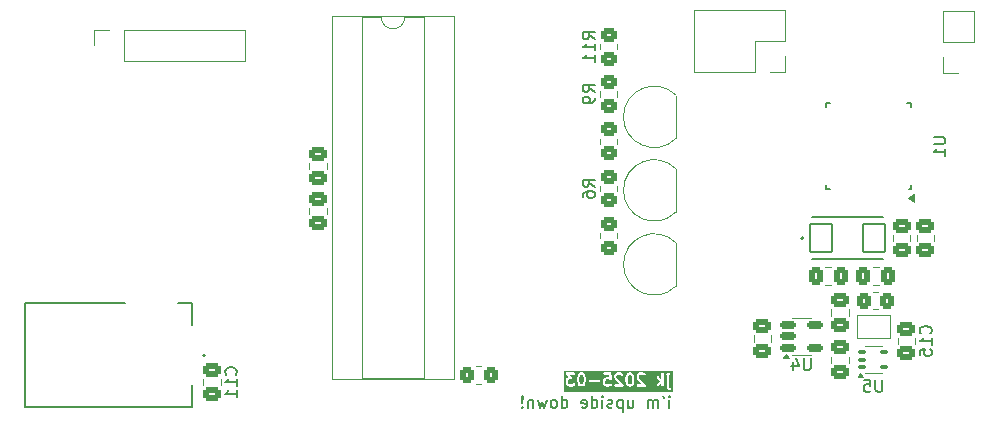
<source format=gbr>
%TF.GenerationSoftware,KiCad,Pcbnew,8.0.6*%
%TF.CreationDate,2025-03-23T20:06:33-04:00*%
%TF.ProjectId,co2_7seg,636f325f-3773-4656-972e-6b696361645f,rev?*%
%TF.SameCoordinates,Original*%
%TF.FileFunction,Legend,Bot*%
%TF.FilePolarity,Positive*%
%FSLAX46Y46*%
G04 Gerber Fmt 4.6, Leading zero omitted, Abs format (unit mm)*
G04 Created by KiCad (PCBNEW 8.0.6) date 2025-03-23 20:06:33*
%MOMM*%
%LPD*%
G01*
G04 APERTURE LIST*
G04 Aperture macros list*
%AMRoundRect*
0 Rectangle with rounded corners*
0 $1 Rounding radius*
0 $2 $3 $4 $5 $6 $7 $8 $9 X,Y pos of 4 corners*
0 Add a 4 corners polygon primitive as box body*
4,1,4,$2,$3,$4,$5,$6,$7,$8,$9,$2,$3,0*
0 Add four circle primitives for the rounded corners*
1,1,$1+$1,$2,$3*
1,1,$1+$1,$4,$5*
1,1,$1+$1,$6,$7*
1,1,$1+$1,$8,$9*
0 Add four rect primitives between the rounded corners*
20,1,$1+$1,$2,$3,$4,$5,0*
20,1,$1+$1,$4,$5,$6,$7,0*
20,1,$1+$1,$6,$7,$8,$9,0*
20,1,$1+$1,$8,$9,$2,$3,0*%
G04 Aperture macros list end*
%ADD10C,0.200000*%
%ADD11C,0.150000*%
%ADD12C,0.120000*%
%ADD13C,0.127000*%
%ADD14C,1.500000*%
%ADD15R,1.800000X1.100000*%
%ADD16C,1.270000*%
%ADD17O,1.700000X1.700000*%
%ADD18R,1.700000X1.700000*%
%ADD19C,3.200000*%
%ADD20O,1.600000X1.600000*%
%ADD21R,1.600000X1.600000*%
%ADD22RoundRect,0.102000X-0.950000X-1.200000X0.950000X-1.200000X0.950000X1.200000X-0.950000X1.200000X0*%
%ADD23RoundRect,0.100000X-0.225000X-0.100000X0.225000X-0.100000X0.225000X0.100000X-0.225000X0.100000X0*%
%ADD24RoundRect,0.150000X-0.512500X-0.150000X0.512500X-0.150000X0.512500X0.150000X-0.512500X0.150000X0*%
%ADD25R,1.600000X0.550000*%
%ADD26R,0.550000X1.600000*%
%ADD27RoundRect,0.250000X-0.350000X-0.450000X0.350000X-0.450000X0.350000X0.450000X-0.350000X0.450000X0*%
%ADD28RoundRect,0.250000X-0.450000X0.350000X-0.450000X-0.350000X0.450000X-0.350000X0.450000X0.350000X0*%
%ADD29RoundRect,0.250000X0.450000X-0.350000X0.450000X0.350000X-0.450000X0.350000X-0.450000X-0.350000X0*%
%ADD30RoundRect,0.250000X0.350000X0.450000X-0.350000X0.450000X-0.350000X-0.450000X0.350000X-0.450000X0*%
%ADD31O,1.500000X1.050000*%
%ADD32R,1.500000X1.050000*%
%ADD33R,1.000000X1.500000*%
%ADD34O,4.004000X2.104000*%
%ADD35O,2.104000X4.004000*%
%ADD36O,2.404000X4.604000*%
%ADD37RoundRect,0.250000X0.475000X-0.337500X0.475000X0.337500X-0.475000X0.337500X-0.475000X-0.337500X0*%
%ADD38RoundRect,0.250000X-0.475000X0.337500X-0.475000X-0.337500X0.475000X-0.337500X0.475000X0.337500X0*%
%ADD39RoundRect,0.250000X0.337500X0.475000X-0.337500X0.475000X-0.337500X-0.475000X0.337500X-0.475000X0*%
%ADD40RoundRect,0.250000X-0.337500X-0.475000X0.337500X-0.475000X0.337500X0.475000X-0.337500X0.475000X0*%
G04 APERTURE END LIST*
D10*
G36*
X96380614Y-57397024D02*
G01*
X96405283Y-57421692D01*
X96440736Y-57492599D01*
X96482707Y-57660480D01*
X96482707Y-57873956D01*
X96440736Y-58041837D01*
X96405283Y-58112743D01*
X96380614Y-58137413D01*
X96321005Y-58167219D01*
X96272981Y-58167219D01*
X96213371Y-58137414D01*
X96188704Y-58112746D01*
X96153249Y-58041837D01*
X96111279Y-57873956D01*
X96111279Y-57660481D01*
X96153249Y-57492599D01*
X96188703Y-57421692D01*
X96213371Y-57397023D01*
X96272981Y-57367219D01*
X96321005Y-57367219D01*
X96380614Y-57397024D01*
G37*
G36*
X100475852Y-57397024D02*
G01*
X100500521Y-57421692D01*
X100535974Y-57492599D01*
X100577945Y-57660480D01*
X100577945Y-57873956D01*
X100535974Y-58041837D01*
X100500521Y-58112743D01*
X100475852Y-58137413D01*
X100416243Y-58167219D01*
X100368219Y-58167219D01*
X100308609Y-58137414D01*
X100283942Y-58112746D01*
X100248487Y-58041837D01*
X100206517Y-57873956D01*
X100206517Y-57660481D01*
X100248487Y-57492599D01*
X100283941Y-57421692D01*
X100308609Y-57397023D01*
X100368219Y-57367219D01*
X100416243Y-57367219D01*
X100475852Y-57397024D01*
G37*
G36*
X104029992Y-58811663D02*
G01*
X94847787Y-58811663D01*
X94847787Y-57838647D01*
X94958898Y-57838647D01*
X94958898Y-58076742D01*
X94960819Y-58096251D01*
X94962194Y-58099571D01*
X94962449Y-58103155D01*
X94969455Y-58121463D01*
X95017074Y-58216701D01*
X95022357Y-58225093D01*
X95023369Y-58227537D01*
X95025625Y-58230286D01*
X95027517Y-58233291D01*
X95029511Y-58235020D01*
X95035806Y-58242690D01*
X95083424Y-58290310D01*
X95091092Y-58296603D01*
X95092824Y-58298600D01*
X95095832Y-58300493D01*
X95098578Y-58302747D01*
X95101018Y-58303757D01*
X95109415Y-58309043D01*
X95204652Y-58356662D01*
X95222961Y-58363668D01*
X95226544Y-58363922D01*
X95229865Y-58365298D01*
X95249374Y-58367219D01*
X95535088Y-58367219D01*
X95554597Y-58365298D01*
X95557917Y-58363922D01*
X95561501Y-58363668D01*
X95579809Y-58356662D01*
X95675047Y-58309043D01*
X95683442Y-58303758D01*
X95685884Y-58302747D01*
X95688631Y-58300491D01*
X95691637Y-58298600D01*
X95693367Y-58296605D01*
X95701037Y-58290310D01*
X95748656Y-58242690D01*
X95761093Y-58227537D01*
X95776024Y-58191488D01*
X95776023Y-58152470D01*
X95761092Y-58116422D01*
X95733501Y-58088832D01*
X95697453Y-58073901D01*
X95658435Y-58073902D01*
X95622387Y-58088833D01*
X95607233Y-58101270D01*
X95571090Y-58137413D01*
X95511481Y-58167219D01*
X95272981Y-58167219D01*
X95213371Y-58137414D01*
X95188704Y-58112746D01*
X95158898Y-58053134D01*
X95158898Y-57862254D01*
X95188703Y-57802644D01*
X95213371Y-57777975D01*
X95272981Y-57748171D01*
X95392231Y-57748171D01*
X95402548Y-57747155D01*
X95405173Y-57747330D01*
X95406980Y-57746718D01*
X95411740Y-57746250D01*
X95426743Y-57740035D01*
X95442135Y-57734830D01*
X95444674Y-57732607D01*
X95447788Y-57731318D01*
X95459265Y-57719840D01*
X95471499Y-57709136D01*
X95472994Y-57706111D01*
X95475378Y-57703728D01*
X95481592Y-57688726D01*
X95488795Y-57674161D01*
X95489019Y-57670795D01*
X95490310Y-57667680D01*
X95490310Y-57651431D01*
X95490527Y-57648171D01*
X95911279Y-57648171D01*
X95911279Y-57886266D01*
X95911614Y-57889668D01*
X95911397Y-57891127D01*
X95912476Y-57898424D01*
X95913200Y-57905775D01*
X95913764Y-57907138D01*
X95914265Y-57910520D01*
X95961884Y-58100995D01*
X95962397Y-58102432D01*
X95962449Y-58103155D01*
X95965557Y-58111279D01*
X95968479Y-58119456D01*
X95968909Y-58120036D01*
X95969455Y-58121463D01*
X96017074Y-58216701D01*
X96022357Y-58225093D01*
X96023369Y-58227537D01*
X96025625Y-58230286D01*
X96027517Y-58233291D01*
X96029511Y-58235020D01*
X96035806Y-58242690D01*
X96083424Y-58290310D01*
X96091092Y-58296603D01*
X96092824Y-58298600D01*
X96095832Y-58300493D01*
X96098578Y-58302747D01*
X96101018Y-58303757D01*
X96109415Y-58309043D01*
X96204652Y-58356662D01*
X96222961Y-58363668D01*
X96226544Y-58363922D01*
X96229865Y-58365298D01*
X96249374Y-58367219D01*
X96344612Y-58367219D01*
X96364121Y-58365298D01*
X96367441Y-58363922D01*
X96371025Y-58363668D01*
X96389333Y-58356662D01*
X96484571Y-58309043D01*
X96492966Y-58303758D01*
X96495408Y-58302747D01*
X96498155Y-58300491D01*
X96501161Y-58298600D01*
X96502891Y-58296605D01*
X96510561Y-58290310D01*
X96558180Y-58242690D01*
X96564472Y-58235023D01*
X96566469Y-58233292D01*
X96568362Y-58230284D01*
X96570617Y-58227537D01*
X96571628Y-58225095D01*
X96576912Y-58216701D01*
X96624531Y-58121464D01*
X96625077Y-58120035D01*
X96625507Y-58119456D01*
X96628428Y-58111279D01*
X96631537Y-58103155D01*
X96631588Y-58102434D01*
X96632102Y-58100996D01*
X96679721Y-57910520D01*
X96680221Y-57907138D01*
X96680786Y-57905775D01*
X96681509Y-57898424D01*
X96682589Y-57891127D01*
X96682371Y-57889668D01*
X96682707Y-57886266D01*
X96682707Y-57866757D01*
X96913200Y-57866757D01*
X96913200Y-57905775D01*
X96928132Y-57941823D01*
X96955722Y-57969413D01*
X96991770Y-57984345D01*
X97011279Y-57986266D01*
X97773183Y-57986266D01*
X97792692Y-57984345D01*
X97828740Y-57969413D01*
X97856330Y-57941823D01*
X97871262Y-57905775D01*
X97871262Y-57866757D01*
X97859618Y-57838647D01*
X98101755Y-57838647D01*
X98101755Y-58076742D01*
X98103676Y-58096251D01*
X98105051Y-58099571D01*
X98105306Y-58103155D01*
X98112312Y-58121463D01*
X98159931Y-58216701D01*
X98165214Y-58225093D01*
X98166226Y-58227537D01*
X98168482Y-58230286D01*
X98170374Y-58233291D01*
X98172368Y-58235020D01*
X98178663Y-58242690D01*
X98226281Y-58290310D01*
X98233949Y-58296603D01*
X98235681Y-58298600D01*
X98238689Y-58300493D01*
X98241435Y-58302747D01*
X98243875Y-58303757D01*
X98252272Y-58309043D01*
X98347509Y-58356662D01*
X98365818Y-58363668D01*
X98369401Y-58363922D01*
X98372722Y-58365298D01*
X98392231Y-58367219D01*
X98630326Y-58367219D01*
X98649835Y-58365298D01*
X98653155Y-58363922D01*
X98656739Y-58363668D01*
X98675047Y-58356662D01*
X98770285Y-58309043D01*
X98778680Y-58303758D01*
X98781122Y-58302747D01*
X98783869Y-58300491D01*
X98786875Y-58298600D01*
X98788605Y-58296605D01*
X98796275Y-58290310D01*
X98843894Y-58242690D01*
X98856331Y-58227537D01*
X98871262Y-58191488D01*
X98871261Y-58152470D01*
X98856330Y-58116422D01*
X98828739Y-58088832D01*
X98792691Y-58073901D01*
X98753673Y-58073902D01*
X98717625Y-58088833D01*
X98702471Y-58101270D01*
X98666328Y-58137413D01*
X98606719Y-58167219D01*
X98415838Y-58167219D01*
X98356228Y-58137414D01*
X98331561Y-58112746D01*
X98301755Y-58053134D01*
X98301755Y-57862254D01*
X98331560Y-57802644D01*
X98356228Y-57777975D01*
X98415838Y-57748171D01*
X98606719Y-57748171D01*
X98666328Y-57777976D01*
X98702472Y-57814119D01*
X98717625Y-57826556D01*
X98722279Y-57828483D01*
X98726175Y-57831671D01*
X98740168Y-57835893D01*
X98753674Y-57841487D01*
X98758708Y-57841487D01*
X98763530Y-57842942D01*
X98778081Y-57841487D01*
X98792692Y-57841487D01*
X98797341Y-57839561D01*
X98802354Y-57839060D01*
X98815237Y-57832148D01*
X98828740Y-57826556D01*
X98832300Y-57822995D01*
X98836738Y-57820615D01*
X98845993Y-57809302D01*
X98856330Y-57798966D01*
X98858257Y-57794313D01*
X98861445Y-57790417D01*
X98865667Y-57776422D01*
X98871261Y-57762918D01*
X98871261Y-57757884D01*
X98872716Y-57753062D01*
X98872687Y-57733459D01*
X98845111Y-57457695D01*
X99054136Y-57457695D01*
X99054136Y-57552933D01*
X99055108Y-57562806D01*
X99054921Y-57565440D01*
X99055708Y-57568903D01*
X99056057Y-57572442D01*
X99057068Y-57574884D01*
X99059268Y-57584556D01*
X99106887Y-57727412D01*
X99114878Y-57745313D01*
X99117233Y-57748028D01*
X99118608Y-57751347D01*
X99131044Y-57766501D01*
X99531761Y-58167219D01*
X99154136Y-58167219D01*
X99134627Y-58169140D01*
X99098579Y-58184072D01*
X99070989Y-58211662D01*
X99056057Y-58247710D01*
X99056057Y-58286728D01*
X99070989Y-58322776D01*
X99098579Y-58350366D01*
X99134627Y-58365298D01*
X99154136Y-58367219D01*
X99773183Y-58367219D01*
X99792692Y-58365298D01*
X99828740Y-58350366D01*
X99856330Y-58322776D01*
X99871262Y-58286728D01*
X99871262Y-58247710D01*
X99856330Y-58211662D01*
X99843894Y-58196508D01*
X99295558Y-57648171D01*
X100006517Y-57648171D01*
X100006517Y-57886266D01*
X100006852Y-57889668D01*
X100006635Y-57891127D01*
X100007714Y-57898424D01*
X100008438Y-57905775D01*
X100009002Y-57907138D01*
X100009503Y-57910520D01*
X100057122Y-58100995D01*
X100057635Y-58102432D01*
X100057687Y-58103155D01*
X100060795Y-58111279D01*
X100063717Y-58119456D01*
X100064147Y-58120036D01*
X100064693Y-58121463D01*
X100112312Y-58216701D01*
X100117595Y-58225093D01*
X100118607Y-58227537D01*
X100120863Y-58230286D01*
X100122755Y-58233291D01*
X100124749Y-58235020D01*
X100131044Y-58242690D01*
X100178662Y-58290310D01*
X100186330Y-58296603D01*
X100188062Y-58298600D01*
X100191070Y-58300493D01*
X100193816Y-58302747D01*
X100196256Y-58303757D01*
X100204653Y-58309043D01*
X100299890Y-58356662D01*
X100318199Y-58363668D01*
X100321782Y-58363922D01*
X100325103Y-58365298D01*
X100344612Y-58367219D01*
X100439850Y-58367219D01*
X100459359Y-58365298D01*
X100462679Y-58363922D01*
X100466263Y-58363668D01*
X100484571Y-58356662D01*
X100579809Y-58309043D01*
X100588204Y-58303758D01*
X100590646Y-58302747D01*
X100593393Y-58300491D01*
X100596399Y-58298600D01*
X100598129Y-58296605D01*
X100605799Y-58290310D01*
X100653418Y-58242690D01*
X100659710Y-58235023D01*
X100661707Y-58233292D01*
X100663600Y-58230284D01*
X100665855Y-58227537D01*
X100666866Y-58225095D01*
X100672150Y-58216701D01*
X100719769Y-58121464D01*
X100720315Y-58120035D01*
X100720745Y-58119456D01*
X100723666Y-58111279D01*
X100726775Y-58103155D01*
X100726826Y-58102434D01*
X100727340Y-58100996D01*
X100774959Y-57910520D01*
X100775459Y-57907138D01*
X100776024Y-57905775D01*
X100776747Y-57898424D01*
X100777827Y-57891127D01*
X100777609Y-57889668D01*
X100777945Y-57886266D01*
X100777945Y-57648171D01*
X100777609Y-57644768D01*
X100777827Y-57643310D01*
X100776747Y-57636012D01*
X100776024Y-57628662D01*
X100775459Y-57627298D01*
X100774959Y-57623917D01*
X100733403Y-57457695D01*
X100958898Y-57457695D01*
X100958898Y-57552933D01*
X100959870Y-57562806D01*
X100959683Y-57565440D01*
X100960470Y-57568903D01*
X100960819Y-57572442D01*
X100961830Y-57574884D01*
X100964030Y-57584556D01*
X101011649Y-57727412D01*
X101019640Y-57745313D01*
X101021995Y-57748028D01*
X101023370Y-57751347D01*
X101035806Y-57766501D01*
X101436523Y-58167219D01*
X101058898Y-58167219D01*
X101039389Y-58169140D01*
X101003341Y-58184072D01*
X100975751Y-58211662D01*
X100960819Y-58247710D01*
X100960819Y-58286728D01*
X100975751Y-58322776D01*
X101003341Y-58350366D01*
X101039389Y-58365298D01*
X101058898Y-58367219D01*
X101677945Y-58367219D01*
X101697454Y-58365298D01*
X101733502Y-58350366D01*
X101761092Y-58322776D01*
X101776024Y-58286728D01*
X101776024Y-58261777D01*
X102673332Y-58261777D01*
X102678850Y-58300403D01*
X102698729Y-58333977D01*
X102729944Y-58357388D01*
X102767742Y-58367071D01*
X102806368Y-58361553D01*
X102839942Y-58341674D01*
X102853184Y-58327219D01*
X103054136Y-58059282D01*
X103054136Y-58267219D01*
X103056057Y-58286728D01*
X103070989Y-58322776D01*
X103098579Y-58350366D01*
X103134627Y-58365298D01*
X103173645Y-58365298D01*
X103209693Y-58350366D01*
X103237283Y-58322776D01*
X103252215Y-58286728D01*
X103254136Y-58267219D01*
X103254136Y-57600552D01*
X103530326Y-57600552D01*
X103530326Y-58457695D01*
X103532247Y-58477204D01*
X103533622Y-58480524D01*
X103533877Y-58484108D01*
X103540883Y-58502416D01*
X103588502Y-58597654D01*
X103590555Y-58600917D01*
X103591069Y-58602456D01*
X103592731Y-58604372D01*
X103598945Y-58614244D01*
X103608415Y-58622457D01*
X103616633Y-58631933D01*
X103626506Y-58638147D01*
X103628422Y-58639809D01*
X103629960Y-58640321D01*
X103633224Y-58642376D01*
X103728461Y-58689995D01*
X103746770Y-58697001D01*
X103750353Y-58697255D01*
X103753674Y-58698631D01*
X103773183Y-58700552D01*
X103820802Y-58700552D01*
X103840311Y-58698631D01*
X103876359Y-58683699D01*
X103903949Y-58656109D01*
X103918881Y-58620061D01*
X103918881Y-58581043D01*
X103903949Y-58544995D01*
X103876359Y-58517405D01*
X103840311Y-58502473D01*
X103820802Y-58500552D01*
X103796790Y-58500552D01*
X103752481Y-58478397D01*
X103730326Y-58434087D01*
X103730326Y-57600552D01*
X103728405Y-57581043D01*
X103713473Y-57544995D01*
X103685883Y-57517405D01*
X103649835Y-57502473D01*
X103610817Y-57502473D01*
X103574769Y-57517405D01*
X103547179Y-57544995D01*
X103532247Y-57581043D01*
X103530326Y-57600552D01*
X103254136Y-57600552D01*
X103254136Y-57295329D01*
X103484628Y-57295329D01*
X103484628Y-57334347D01*
X103499560Y-57370395D01*
X103511996Y-57385549D01*
X103559615Y-57433167D01*
X103574768Y-57445604D01*
X103585326Y-57449977D01*
X103610817Y-57460536D01*
X103649835Y-57460536D01*
X103685883Y-57445604D01*
X103701037Y-57433168D01*
X103748655Y-57385549D01*
X103761092Y-57370396D01*
X103776023Y-57334347D01*
X103776023Y-57295329D01*
X103774539Y-57291746D01*
X103761092Y-57259280D01*
X103748655Y-57244127D01*
X103701037Y-57196508D01*
X103685883Y-57184072D01*
X103649835Y-57169140D01*
X103610817Y-57169140D01*
X103585326Y-57179698D01*
X103574768Y-57184072D01*
X103559615Y-57196509D01*
X103511996Y-57244127D01*
X103499561Y-57259280D01*
X103499560Y-57259281D01*
X103484628Y-57295329D01*
X103254136Y-57295329D01*
X103254136Y-57267219D01*
X103252215Y-57247710D01*
X103237283Y-57211662D01*
X103209693Y-57184072D01*
X103173645Y-57169140D01*
X103134627Y-57169140D01*
X103098579Y-57184072D01*
X103070989Y-57211662D01*
X103056057Y-57247710D01*
X103054136Y-57267219D01*
X103054136Y-57740082D01*
X102843895Y-57529841D01*
X102828741Y-57517405D01*
X102792693Y-57502473D01*
X102753675Y-57502473D01*
X102717627Y-57517405D01*
X102690037Y-57544995D01*
X102675105Y-57581043D01*
X102675105Y-57620061D01*
X102690037Y-57656109D01*
X102702473Y-57671263D01*
X102926860Y-57895649D01*
X102693184Y-58207219D01*
X102683015Y-58223979D01*
X102673332Y-58261777D01*
X101776024Y-58261777D01*
X101776024Y-58247710D01*
X101761092Y-58211662D01*
X101748656Y-58196508D01*
X101193919Y-57641770D01*
X101158898Y-57536706D01*
X101158898Y-57481302D01*
X101188703Y-57421692D01*
X101213371Y-57397023D01*
X101272981Y-57367219D01*
X101463862Y-57367219D01*
X101523471Y-57397024D01*
X101559615Y-57433167D01*
X101574768Y-57445604D01*
X101610817Y-57460535D01*
X101649835Y-57460535D01*
X101685883Y-57445604D01*
X101713473Y-57418014D01*
X101728404Y-57381966D01*
X101728404Y-57342948D01*
X101713473Y-57306899D01*
X101701036Y-57291746D01*
X101653418Y-57244127D01*
X101645747Y-57237832D01*
X101644018Y-57235838D01*
X101641010Y-57233944D01*
X101638264Y-57231691D01*
X101635824Y-57230680D01*
X101627428Y-57225395D01*
X101532190Y-57177776D01*
X101513882Y-57170770D01*
X101510298Y-57170515D01*
X101506978Y-57169140D01*
X101487469Y-57167219D01*
X101249374Y-57167219D01*
X101229865Y-57169140D01*
X101226544Y-57170515D01*
X101222961Y-57170770D01*
X101204652Y-57177776D01*
X101109415Y-57225395D01*
X101101018Y-57230680D01*
X101098578Y-57231691D01*
X101095832Y-57233944D01*
X101092824Y-57235838D01*
X101091091Y-57237835D01*
X101083425Y-57244128D01*
X101035806Y-57291746D01*
X101029511Y-57299416D01*
X101027517Y-57301146D01*
X101025623Y-57304153D01*
X101023370Y-57306900D01*
X101022359Y-57309339D01*
X101017074Y-57317736D01*
X100969455Y-57412974D01*
X100962449Y-57431282D01*
X100962194Y-57434865D01*
X100960819Y-57438186D01*
X100958898Y-57457695D01*
X100733403Y-57457695D01*
X100727340Y-57433441D01*
X100726826Y-57432002D01*
X100726775Y-57431282D01*
X100723666Y-57423157D01*
X100720745Y-57414981D01*
X100720315Y-57414401D01*
X100719769Y-57412973D01*
X100672150Y-57317736D01*
X100666864Y-57309339D01*
X100665854Y-57306899D01*
X100663600Y-57304153D01*
X100661707Y-57301145D01*
X100659709Y-57299412D01*
X100653417Y-57291746D01*
X100605799Y-57244127D01*
X100598128Y-57237832D01*
X100596399Y-57235838D01*
X100593391Y-57233944D01*
X100590645Y-57231691D01*
X100588205Y-57230680D01*
X100579809Y-57225395D01*
X100484571Y-57177776D01*
X100466263Y-57170770D01*
X100462679Y-57170515D01*
X100459359Y-57169140D01*
X100439850Y-57167219D01*
X100344612Y-57167219D01*
X100325103Y-57169140D01*
X100321782Y-57170515D01*
X100318199Y-57170770D01*
X100299890Y-57177776D01*
X100204653Y-57225395D01*
X100196256Y-57230680D01*
X100193816Y-57231691D01*
X100191070Y-57233944D01*
X100188062Y-57235838D01*
X100186329Y-57237835D01*
X100178663Y-57244128D01*
X100131044Y-57291746D01*
X100124749Y-57299416D01*
X100122755Y-57301146D01*
X100120861Y-57304153D01*
X100118608Y-57306900D01*
X100117597Y-57309339D01*
X100112312Y-57317736D01*
X100064693Y-57412974D01*
X100064147Y-57414400D01*
X100063717Y-57414981D01*
X100060795Y-57423157D01*
X100057687Y-57431282D01*
X100057635Y-57432004D01*
X100057122Y-57433442D01*
X100009503Y-57623917D01*
X100009002Y-57627298D01*
X100008438Y-57628662D01*
X100007714Y-57636012D01*
X100006635Y-57643310D01*
X100006852Y-57644768D01*
X100006517Y-57648171D01*
X99295558Y-57648171D01*
X99289157Y-57641770D01*
X99254136Y-57536706D01*
X99254136Y-57481302D01*
X99283941Y-57421692D01*
X99308609Y-57397023D01*
X99368219Y-57367219D01*
X99559100Y-57367219D01*
X99618709Y-57397024D01*
X99654853Y-57433167D01*
X99670006Y-57445604D01*
X99706055Y-57460535D01*
X99745073Y-57460535D01*
X99781121Y-57445604D01*
X99808711Y-57418014D01*
X99823642Y-57381966D01*
X99823642Y-57342948D01*
X99808711Y-57306899D01*
X99796274Y-57291746D01*
X99748656Y-57244127D01*
X99740985Y-57237832D01*
X99739256Y-57235838D01*
X99736248Y-57233944D01*
X99733502Y-57231691D01*
X99731062Y-57230680D01*
X99722666Y-57225395D01*
X99627428Y-57177776D01*
X99609120Y-57170770D01*
X99605536Y-57170515D01*
X99602216Y-57169140D01*
X99582707Y-57167219D01*
X99344612Y-57167219D01*
X99325103Y-57169140D01*
X99321782Y-57170515D01*
X99318199Y-57170770D01*
X99299890Y-57177776D01*
X99204653Y-57225395D01*
X99196256Y-57230680D01*
X99193816Y-57231691D01*
X99191070Y-57233944D01*
X99188062Y-57235838D01*
X99186329Y-57237835D01*
X99178663Y-57244128D01*
X99131044Y-57291746D01*
X99124749Y-57299416D01*
X99122755Y-57301146D01*
X99120861Y-57304153D01*
X99118608Y-57306900D01*
X99117597Y-57309339D01*
X99112312Y-57317736D01*
X99064693Y-57412974D01*
X99057687Y-57431282D01*
X99057432Y-57434865D01*
X99056057Y-57438186D01*
X99054136Y-57457695D01*
X98845111Y-57457695D01*
X98825068Y-57257269D01*
X98823643Y-57250160D01*
X98823643Y-57247710D01*
X98822691Y-57245412D01*
X98821215Y-57238048D01*
X98814305Y-57225167D01*
X98808711Y-57211662D01*
X98805150Y-57208101D01*
X98802770Y-57203664D01*
X98791457Y-57194408D01*
X98781121Y-57184072D01*
X98776468Y-57182144D01*
X98772572Y-57178957D01*
X98758582Y-57174736D01*
X98745073Y-57169140D01*
X98737595Y-57168403D01*
X98735217Y-57167686D01*
X98732780Y-57167929D01*
X98725564Y-57167219D01*
X98249374Y-57167219D01*
X98229865Y-57169140D01*
X98193817Y-57184072D01*
X98166227Y-57211662D01*
X98151295Y-57247710D01*
X98151295Y-57286728D01*
X98166227Y-57322776D01*
X98193817Y-57350366D01*
X98229865Y-57365298D01*
X98249374Y-57367219D01*
X98635065Y-57367219D01*
X98653492Y-57551491D01*
X98653155Y-57551467D01*
X98649835Y-57550092D01*
X98630326Y-57548171D01*
X98392231Y-57548171D01*
X98372722Y-57550092D01*
X98369401Y-57551467D01*
X98365818Y-57551722D01*
X98347509Y-57558728D01*
X98252272Y-57606347D01*
X98243875Y-57611632D01*
X98241435Y-57612643D01*
X98238689Y-57614896D01*
X98235681Y-57616790D01*
X98233948Y-57618787D01*
X98226282Y-57625080D01*
X98178663Y-57672698D01*
X98172368Y-57680368D01*
X98170374Y-57682098D01*
X98168480Y-57685105D01*
X98166227Y-57687852D01*
X98165216Y-57690291D01*
X98159931Y-57698688D01*
X98112312Y-57793926D01*
X98105306Y-57812234D01*
X98105051Y-57815817D01*
X98103676Y-57819138D01*
X98101755Y-57838647D01*
X97859618Y-57838647D01*
X97856330Y-57830709D01*
X97828740Y-57803119D01*
X97792692Y-57788187D01*
X97773183Y-57786266D01*
X97011279Y-57786266D01*
X96991770Y-57788187D01*
X96955722Y-57803119D01*
X96928132Y-57830709D01*
X96913200Y-57866757D01*
X96682707Y-57866757D01*
X96682707Y-57648171D01*
X96682371Y-57644768D01*
X96682589Y-57643310D01*
X96681509Y-57636012D01*
X96680786Y-57628662D01*
X96680221Y-57627298D01*
X96679721Y-57623917D01*
X96632102Y-57433441D01*
X96631588Y-57432002D01*
X96631537Y-57431282D01*
X96628428Y-57423157D01*
X96625507Y-57414981D01*
X96625077Y-57414401D01*
X96624531Y-57412973D01*
X96576912Y-57317736D01*
X96571626Y-57309339D01*
X96570616Y-57306899D01*
X96568362Y-57304153D01*
X96566469Y-57301145D01*
X96564471Y-57299412D01*
X96558179Y-57291746D01*
X96510561Y-57244127D01*
X96502890Y-57237832D01*
X96501161Y-57235838D01*
X96498153Y-57233944D01*
X96495407Y-57231691D01*
X96492967Y-57230680D01*
X96484571Y-57225395D01*
X96389333Y-57177776D01*
X96371025Y-57170770D01*
X96367441Y-57170515D01*
X96364121Y-57169140D01*
X96344612Y-57167219D01*
X96249374Y-57167219D01*
X96229865Y-57169140D01*
X96226544Y-57170515D01*
X96222961Y-57170770D01*
X96204652Y-57177776D01*
X96109415Y-57225395D01*
X96101018Y-57230680D01*
X96098578Y-57231691D01*
X96095832Y-57233944D01*
X96092824Y-57235838D01*
X96091091Y-57237835D01*
X96083425Y-57244128D01*
X96035806Y-57291746D01*
X96029511Y-57299416D01*
X96027517Y-57301146D01*
X96025623Y-57304153D01*
X96023370Y-57306900D01*
X96022359Y-57309339D01*
X96017074Y-57317736D01*
X95969455Y-57412974D01*
X95968909Y-57414400D01*
X95968479Y-57414981D01*
X95965557Y-57423157D01*
X95962449Y-57431282D01*
X95962397Y-57432004D01*
X95961884Y-57433442D01*
X95914265Y-57623917D01*
X95913764Y-57627298D01*
X95913200Y-57628662D01*
X95912476Y-57636012D01*
X95911397Y-57643310D01*
X95911614Y-57644768D01*
X95911279Y-57648171D01*
X95490527Y-57648171D01*
X95491390Y-57635229D01*
X95490310Y-57632035D01*
X95490310Y-57628662D01*
X95484094Y-57613656D01*
X95478890Y-57598268D01*
X95476108Y-57594377D01*
X95475378Y-57592614D01*
X95473518Y-57590754D01*
X95467489Y-57582321D01*
X95279275Y-57367219D01*
X95677945Y-57367219D01*
X95697454Y-57365298D01*
X95733502Y-57350366D01*
X95761092Y-57322776D01*
X95776024Y-57286728D01*
X95776024Y-57247710D01*
X95761092Y-57211662D01*
X95733502Y-57184072D01*
X95697454Y-57169140D01*
X95677945Y-57167219D01*
X95058898Y-57167219D01*
X95048580Y-57168234D01*
X95045956Y-57168060D01*
X95044148Y-57168671D01*
X95039389Y-57169140D01*
X95024383Y-57175355D01*
X95008995Y-57180560D01*
X95006455Y-57182781D01*
X95003341Y-57184072D01*
X94991856Y-57195556D01*
X94979631Y-57206254D01*
X94978135Y-57209277D01*
X94975751Y-57211662D01*
X94969534Y-57226668D01*
X94962334Y-57241229D01*
X94962109Y-57244594D01*
X94960819Y-57247710D01*
X94960819Y-57263958D01*
X94959739Y-57280161D01*
X94960819Y-57283354D01*
X94960819Y-57286728D01*
X94967034Y-57301733D01*
X94972239Y-57317122D01*
X94975020Y-57321012D01*
X94975751Y-57322776D01*
X94977610Y-57324635D01*
X94983640Y-57333069D01*
X95188261Y-57566923D01*
X95109415Y-57606347D01*
X95101018Y-57611632D01*
X95098578Y-57612643D01*
X95095832Y-57614896D01*
X95092824Y-57616790D01*
X95091091Y-57618787D01*
X95083425Y-57625080D01*
X95035806Y-57672698D01*
X95029511Y-57680368D01*
X95027517Y-57682098D01*
X95025623Y-57685105D01*
X95023370Y-57687852D01*
X95022359Y-57690291D01*
X95017074Y-57698688D01*
X94969455Y-57793926D01*
X94962449Y-57812234D01*
X94962194Y-57815817D01*
X94960819Y-57819138D01*
X94958898Y-57838647D01*
X94847787Y-57838647D01*
X94847787Y-57056108D01*
X104029992Y-57056108D01*
X104029992Y-58811663D01*
G37*
X103730326Y-60167219D02*
X103730326Y-59500552D01*
X103730326Y-59167219D02*
X103777945Y-59214838D01*
X103777945Y-59214838D02*
X103730326Y-59262457D01*
X103730326Y-59262457D02*
X103682707Y-59214838D01*
X103682707Y-59214838D02*
X103730326Y-59167219D01*
X103730326Y-59167219D02*
X103730326Y-59262457D01*
X103206517Y-59167219D02*
X103301755Y-59357695D01*
X102777946Y-60167219D02*
X102777946Y-59500552D01*
X102777946Y-59595790D02*
X102730327Y-59548171D01*
X102730327Y-59548171D02*
X102635089Y-59500552D01*
X102635089Y-59500552D02*
X102492232Y-59500552D01*
X102492232Y-59500552D02*
X102396994Y-59548171D01*
X102396994Y-59548171D02*
X102349375Y-59643409D01*
X102349375Y-59643409D02*
X102349375Y-60167219D01*
X102349375Y-59643409D02*
X102301756Y-59548171D01*
X102301756Y-59548171D02*
X102206518Y-59500552D01*
X102206518Y-59500552D02*
X102063661Y-59500552D01*
X102063661Y-59500552D02*
X101968422Y-59548171D01*
X101968422Y-59548171D02*
X101920803Y-59643409D01*
X101920803Y-59643409D02*
X101920803Y-60167219D01*
X100254137Y-59500552D02*
X100254137Y-60167219D01*
X100682708Y-59500552D02*
X100682708Y-60024361D01*
X100682708Y-60024361D02*
X100635089Y-60119600D01*
X100635089Y-60119600D02*
X100539851Y-60167219D01*
X100539851Y-60167219D02*
X100396994Y-60167219D01*
X100396994Y-60167219D02*
X100301756Y-60119600D01*
X100301756Y-60119600D02*
X100254137Y-60071980D01*
X99777946Y-59500552D02*
X99777946Y-60500552D01*
X99777946Y-59548171D02*
X99682708Y-59500552D01*
X99682708Y-59500552D02*
X99492232Y-59500552D01*
X99492232Y-59500552D02*
X99396994Y-59548171D01*
X99396994Y-59548171D02*
X99349375Y-59595790D01*
X99349375Y-59595790D02*
X99301756Y-59691028D01*
X99301756Y-59691028D02*
X99301756Y-59976742D01*
X99301756Y-59976742D02*
X99349375Y-60071980D01*
X99349375Y-60071980D02*
X99396994Y-60119600D01*
X99396994Y-60119600D02*
X99492232Y-60167219D01*
X99492232Y-60167219D02*
X99682708Y-60167219D01*
X99682708Y-60167219D02*
X99777946Y-60119600D01*
X98920803Y-60119600D02*
X98825565Y-60167219D01*
X98825565Y-60167219D02*
X98635089Y-60167219D01*
X98635089Y-60167219D02*
X98539851Y-60119600D01*
X98539851Y-60119600D02*
X98492232Y-60024361D01*
X98492232Y-60024361D02*
X98492232Y-59976742D01*
X98492232Y-59976742D02*
X98539851Y-59881504D01*
X98539851Y-59881504D02*
X98635089Y-59833885D01*
X98635089Y-59833885D02*
X98777946Y-59833885D01*
X98777946Y-59833885D02*
X98873184Y-59786266D01*
X98873184Y-59786266D02*
X98920803Y-59691028D01*
X98920803Y-59691028D02*
X98920803Y-59643409D01*
X98920803Y-59643409D02*
X98873184Y-59548171D01*
X98873184Y-59548171D02*
X98777946Y-59500552D01*
X98777946Y-59500552D02*
X98635089Y-59500552D01*
X98635089Y-59500552D02*
X98539851Y-59548171D01*
X98063660Y-60167219D02*
X98063660Y-59500552D01*
X98063660Y-59167219D02*
X98111279Y-59214838D01*
X98111279Y-59214838D02*
X98063660Y-59262457D01*
X98063660Y-59262457D02*
X98016041Y-59214838D01*
X98016041Y-59214838D02*
X98063660Y-59167219D01*
X98063660Y-59167219D02*
X98063660Y-59262457D01*
X97158899Y-60167219D02*
X97158899Y-59167219D01*
X97158899Y-60119600D02*
X97254137Y-60167219D01*
X97254137Y-60167219D02*
X97444613Y-60167219D01*
X97444613Y-60167219D02*
X97539851Y-60119600D01*
X97539851Y-60119600D02*
X97587470Y-60071980D01*
X97587470Y-60071980D02*
X97635089Y-59976742D01*
X97635089Y-59976742D02*
X97635089Y-59691028D01*
X97635089Y-59691028D02*
X97587470Y-59595790D01*
X97587470Y-59595790D02*
X97539851Y-59548171D01*
X97539851Y-59548171D02*
X97444613Y-59500552D01*
X97444613Y-59500552D02*
X97254137Y-59500552D01*
X97254137Y-59500552D02*
X97158899Y-59548171D01*
X96301756Y-60119600D02*
X96396994Y-60167219D01*
X96396994Y-60167219D02*
X96587470Y-60167219D01*
X96587470Y-60167219D02*
X96682708Y-60119600D01*
X96682708Y-60119600D02*
X96730327Y-60024361D01*
X96730327Y-60024361D02*
X96730327Y-59643409D01*
X96730327Y-59643409D02*
X96682708Y-59548171D01*
X96682708Y-59548171D02*
X96587470Y-59500552D01*
X96587470Y-59500552D02*
X96396994Y-59500552D01*
X96396994Y-59500552D02*
X96301756Y-59548171D01*
X96301756Y-59548171D02*
X96254137Y-59643409D01*
X96254137Y-59643409D02*
X96254137Y-59738647D01*
X96254137Y-59738647D02*
X96730327Y-59833885D01*
X94635089Y-60167219D02*
X94635089Y-59167219D01*
X94635089Y-60119600D02*
X94730327Y-60167219D01*
X94730327Y-60167219D02*
X94920803Y-60167219D01*
X94920803Y-60167219D02*
X95016041Y-60119600D01*
X95016041Y-60119600D02*
X95063660Y-60071980D01*
X95063660Y-60071980D02*
X95111279Y-59976742D01*
X95111279Y-59976742D02*
X95111279Y-59691028D01*
X95111279Y-59691028D02*
X95063660Y-59595790D01*
X95063660Y-59595790D02*
X95016041Y-59548171D01*
X95016041Y-59548171D02*
X94920803Y-59500552D01*
X94920803Y-59500552D02*
X94730327Y-59500552D01*
X94730327Y-59500552D02*
X94635089Y-59548171D01*
X94016041Y-60167219D02*
X94111279Y-60119600D01*
X94111279Y-60119600D02*
X94158898Y-60071980D01*
X94158898Y-60071980D02*
X94206517Y-59976742D01*
X94206517Y-59976742D02*
X94206517Y-59691028D01*
X94206517Y-59691028D02*
X94158898Y-59595790D01*
X94158898Y-59595790D02*
X94111279Y-59548171D01*
X94111279Y-59548171D02*
X94016041Y-59500552D01*
X94016041Y-59500552D02*
X93873184Y-59500552D01*
X93873184Y-59500552D02*
X93777946Y-59548171D01*
X93777946Y-59548171D02*
X93730327Y-59595790D01*
X93730327Y-59595790D02*
X93682708Y-59691028D01*
X93682708Y-59691028D02*
X93682708Y-59976742D01*
X93682708Y-59976742D02*
X93730327Y-60071980D01*
X93730327Y-60071980D02*
X93777946Y-60119600D01*
X93777946Y-60119600D02*
X93873184Y-60167219D01*
X93873184Y-60167219D02*
X94016041Y-60167219D01*
X93349374Y-59500552D02*
X93158898Y-60167219D01*
X93158898Y-60167219D02*
X92968422Y-59691028D01*
X92968422Y-59691028D02*
X92777946Y-60167219D01*
X92777946Y-60167219D02*
X92587470Y-59500552D01*
X92206517Y-59500552D02*
X92206517Y-60167219D01*
X92206517Y-59595790D02*
X92158898Y-59548171D01*
X92158898Y-59548171D02*
X92063660Y-59500552D01*
X92063660Y-59500552D02*
X91920803Y-59500552D01*
X91920803Y-59500552D02*
X91825565Y-59548171D01*
X91825565Y-59548171D02*
X91777946Y-59643409D01*
X91777946Y-59643409D02*
X91777946Y-60167219D01*
X91301755Y-60071980D02*
X91254136Y-60119600D01*
X91254136Y-60119600D02*
X91301755Y-60167219D01*
X91301755Y-60167219D02*
X91349374Y-60119600D01*
X91349374Y-60119600D02*
X91301755Y-60071980D01*
X91301755Y-60071980D02*
X91301755Y-60167219D01*
X91301755Y-59786266D02*
X91349374Y-59214838D01*
X91349374Y-59214838D02*
X91301755Y-59167219D01*
X91301755Y-59167219D02*
X91254136Y-59214838D01*
X91254136Y-59214838D02*
X91301755Y-59786266D01*
X91301755Y-59786266D02*
X91301755Y-59167219D01*
D11*
X121761904Y-57804819D02*
X121761904Y-58614342D01*
X121761904Y-58614342D02*
X121714285Y-58709580D01*
X121714285Y-58709580D02*
X121666666Y-58757200D01*
X121666666Y-58757200D02*
X121571428Y-58804819D01*
X121571428Y-58804819D02*
X121380952Y-58804819D01*
X121380952Y-58804819D02*
X121285714Y-58757200D01*
X121285714Y-58757200D02*
X121238095Y-58709580D01*
X121238095Y-58709580D02*
X121190476Y-58614342D01*
X121190476Y-58614342D02*
X121190476Y-57804819D01*
X120238095Y-57804819D02*
X120714285Y-57804819D01*
X120714285Y-57804819D02*
X120761904Y-58281009D01*
X120761904Y-58281009D02*
X120714285Y-58233390D01*
X120714285Y-58233390D02*
X120619047Y-58185771D01*
X120619047Y-58185771D02*
X120380952Y-58185771D01*
X120380952Y-58185771D02*
X120285714Y-58233390D01*
X120285714Y-58233390D02*
X120238095Y-58281009D01*
X120238095Y-58281009D02*
X120190476Y-58376247D01*
X120190476Y-58376247D02*
X120190476Y-58614342D01*
X120190476Y-58614342D02*
X120238095Y-58709580D01*
X120238095Y-58709580D02*
X120285714Y-58757200D01*
X120285714Y-58757200D02*
X120380952Y-58804819D01*
X120380952Y-58804819D02*
X120619047Y-58804819D01*
X120619047Y-58804819D02*
X120714285Y-58757200D01*
X120714285Y-58757200D02*
X120761904Y-58709580D01*
X115691904Y-55984819D02*
X115691904Y-56794342D01*
X115691904Y-56794342D02*
X115644285Y-56889580D01*
X115644285Y-56889580D02*
X115596666Y-56937200D01*
X115596666Y-56937200D02*
X115501428Y-56984819D01*
X115501428Y-56984819D02*
X115310952Y-56984819D01*
X115310952Y-56984819D02*
X115215714Y-56937200D01*
X115215714Y-56937200D02*
X115168095Y-56889580D01*
X115168095Y-56889580D02*
X115120476Y-56794342D01*
X115120476Y-56794342D02*
X115120476Y-55984819D01*
X114215714Y-56318152D02*
X114215714Y-56984819D01*
X114453809Y-55937200D02*
X114691904Y-56651485D01*
X114691904Y-56651485D02*
X114072857Y-56651485D01*
X126104819Y-37238095D02*
X126914342Y-37238095D01*
X126914342Y-37238095D02*
X127009580Y-37285714D01*
X127009580Y-37285714D02*
X127057200Y-37333333D01*
X127057200Y-37333333D02*
X127104819Y-37428571D01*
X127104819Y-37428571D02*
X127104819Y-37619047D01*
X127104819Y-37619047D02*
X127057200Y-37714285D01*
X127057200Y-37714285D02*
X127009580Y-37761904D01*
X127009580Y-37761904D02*
X126914342Y-37809523D01*
X126914342Y-37809523D02*
X126104819Y-37809523D01*
X127104819Y-38809523D02*
X127104819Y-38238095D01*
X127104819Y-38523809D02*
X126104819Y-38523809D01*
X126104819Y-38523809D02*
X126247676Y-38428571D01*
X126247676Y-38428571D02*
X126342914Y-38333333D01*
X126342914Y-38333333D02*
X126390533Y-38238095D01*
X97404819Y-28957142D02*
X96928628Y-28623809D01*
X97404819Y-28385714D02*
X96404819Y-28385714D01*
X96404819Y-28385714D02*
X96404819Y-28766666D01*
X96404819Y-28766666D02*
X96452438Y-28861904D01*
X96452438Y-28861904D02*
X96500057Y-28909523D01*
X96500057Y-28909523D02*
X96595295Y-28957142D01*
X96595295Y-28957142D02*
X96738152Y-28957142D01*
X96738152Y-28957142D02*
X96833390Y-28909523D01*
X96833390Y-28909523D02*
X96881009Y-28861904D01*
X96881009Y-28861904D02*
X96928628Y-28766666D01*
X96928628Y-28766666D02*
X96928628Y-28385714D01*
X97404819Y-29909523D02*
X97404819Y-29338095D01*
X97404819Y-29623809D02*
X96404819Y-29623809D01*
X96404819Y-29623809D02*
X96547676Y-29528571D01*
X96547676Y-29528571D02*
X96642914Y-29433333D01*
X96642914Y-29433333D02*
X96690533Y-29338095D01*
X97404819Y-30861904D02*
X97404819Y-30290476D01*
X97404819Y-30576190D02*
X96404819Y-30576190D01*
X96404819Y-30576190D02*
X96547676Y-30480952D01*
X96547676Y-30480952D02*
X96642914Y-30385714D01*
X96642914Y-30385714D02*
X96690533Y-30290476D01*
X97404819Y-33433333D02*
X96928628Y-33100000D01*
X97404819Y-32861905D02*
X96404819Y-32861905D01*
X96404819Y-32861905D02*
X96404819Y-33242857D01*
X96404819Y-33242857D02*
X96452438Y-33338095D01*
X96452438Y-33338095D02*
X96500057Y-33385714D01*
X96500057Y-33385714D02*
X96595295Y-33433333D01*
X96595295Y-33433333D02*
X96738152Y-33433333D01*
X96738152Y-33433333D02*
X96833390Y-33385714D01*
X96833390Y-33385714D02*
X96881009Y-33338095D01*
X96881009Y-33338095D02*
X96928628Y-33242857D01*
X96928628Y-33242857D02*
X96928628Y-32861905D01*
X97404819Y-33909524D02*
X97404819Y-34100000D01*
X97404819Y-34100000D02*
X97357200Y-34195238D01*
X97357200Y-34195238D02*
X97309580Y-34242857D01*
X97309580Y-34242857D02*
X97166723Y-34338095D01*
X97166723Y-34338095D02*
X96976247Y-34385714D01*
X96976247Y-34385714D02*
X96595295Y-34385714D01*
X96595295Y-34385714D02*
X96500057Y-34338095D01*
X96500057Y-34338095D02*
X96452438Y-34290476D01*
X96452438Y-34290476D02*
X96404819Y-34195238D01*
X96404819Y-34195238D02*
X96404819Y-34004762D01*
X96404819Y-34004762D02*
X96452438Y-33909524D01*
X96452438Y-33909524D02*
X96500057Y-33861905D01*
X96500057Y-33861905D02*
X96595295Y-33814286D01*
X96595295Y-33814286D02*
X96833390Y-33814286D01*
X96833390Y-33814286D02*
X96928628Y-33861905D01*
X96928628Y-33861905D02*
X96976247Y-33909524D01*
X96976247Y-33909524D02*
X97023866Y-34004762D01*
X97023866Y-34004762D02*
X97023866Y-34195238D01*
X97023866Y-34195238D02*
X96976247Y-34290476D01*
X96976247Y-34290476D02*
X96928628Y-34338095D01*
X96928628Y-34338095D02*
X96833390Y-34385714D01*
X97404819Y-41433333D02*
X96928628Y-41100000D01*
X97404819Y-40861905D02*
X96404819Y-40861905D01*
X96404819Y-40861905D02*
X96404819Y-41242857D01*
X96404819Y-41242857D02*
X96452438Y-41338095D01*
X96452438Y-41338095D02*
X96500057Y-41385714D01*
X96500057Y-41385714D02*
X96595295Y-41433333D01*
X96595295Y-41433333D02*
X96738152Y-41433333D01*
X96738152Y-41433333D02*
X96833390Y-41385714D01*
X96833390Y-41385714D02*
X96881009Y-41338095D01*
X96881009Y-41338095D02*
X96928628Y-41242857D01*
X96928628Y-41242857D02*
X96928628Y-40861905D01*
X96404819Y-42290476D02*
X96404819Y-42100000D01*
X96404819Y-42100000D02*
X96452438Y-42004762D01*
X96452438Y-42004762D02*
X96500057Y-41957143D01*
X96500057Y-41957143D02*
X96642914Y-41861905D01*
X96642914Y-41861905D02*
X96833390Y-41814286D01*
X96833390Y-41814286D02*
X97214342Y-41814286D01*
X97214342Y-41814286D02*
X97309580Y-41861905D01*
X97309580Y-41861905D02*
X97357200Y-41909524D01*
X97357200Y-41909524D02*
X97404819Y-42004762D01*
X97404819Y-42004762D02*
X97404819Y-42195238D01*
X97404819Y-42195238D02*
X97357200Y-42290476D01*
X97357200Y-42290476D02*
X97309580Y-42338095D01*
X97309580Y-42338095D02*
X97214342Y-42385714D01*
X97214342Y-42385714D02*
X96976247Y-42385714D01*
X96976247Y-42385714D02*
X96881009Y-42338095D01*
X96881009Y-42338095D02*
X96833390Y-42290476D01*
X96833390Y-42290476D02*
X96785771Y-42195238D01*
X96785771Y-42195238D02*
X96785771Y-42004762D01*
X96785771Y-42004762D02*
X96833390Y-41909524D01*
X96833390Y-41909524D02*
X96881009Y-41861905D01*
X96881009Y-41861905D02*
X96976247Y-41814286D01*
X125839580Y-53857142D02*
X125887200Y-53809523D01*
X125887200Y-53809523D02*
X125934819Y-53666666D01*
X125934819Y-53666666D02*
X125934819Y-53571428D01*
X125934819Y-53571428D02*
X125887200Y-53428571D01*
X125887200Y-53428571D02*
X125791961Y-53333333D01*
X125791961Y-53333333D02*
X125696723Y-53285714D01*
X125696723Y-53285714D02*
X125506247Y-53238095D01*
X125506247Y-53238095D02*
X125363390Y-53238095D01*
X125363390Y-53238095D02*
X125172914Y-53285714D01*
X125172914Y-53285714D02*
X125077676Y-53333333D01*
X125077676Y-53333333D02*
X124982438Y-53428571D01*
X124982438Y-53428571D02*
X124934819Y-53571428D01*
X124934819Y-53571428D02*
X124934819Y-53666666D01*
X124934819Y-53666666D02*
X124982438Y-53809523D01*
X124982438Y-53809523D02*
X125030057Y-53857142D01*
X125934819Y-54809523D02*
X125934819Y-54238095D01*
X125934819Y-54523809D02*
X124934819Y-54523809D01*
X124934819Y-54523809D02*
X125077676Y-54428571D01*
X125077676Y-54428571D02*
X125172914Y-54333333D01*
X125172914Y-54333333D02*
X125220533Y-54238095D01*
X124934819Y-55714285D02*
X124934819Y-55238095D01*
X124934819Y-55238095D02*
X125411009Y-55190476D01*
X125411009Y-55190476D02*
X125363390Y-55238095D01*
X125363390Y-55238095D02*
X125315771Y-55333333D01*
X125315771Y-55333333D02*
X125315771Y-55571428D01*
X125315771Y-55571428D02*
X125363390Y-55666666D01*
X125363390Y-55666666D02*
X125411009Y-55714285D01*
X125411009Y-55714285D02*
X125506247Y-55761904D01*
X125506247Y-55761904D02*
X125744342Y-55761904D01*
X125744342Y-55761904D02*
X125839580Y-55714285D01*
X125839580Y-55714285D02*
X125887200Y-55666666D01*
X125887200Y-55666666D02*
X125934819Y-55571428D01*
X125934819Y-55571428D02*
X125934819Y-55333333D01*
X125934819Y-55333333D02*
X125887200Y-55238095D01*
X125887200Y-55238095D02*
X125839580Y-55190476D01*
X67039580Y-57357142D02*
X67087200Y-57309523D01*
X67087200Y-57309523D02*
X67134819Y-57166666D01*
X67134819Y-57166666D02*
X67134819Y-57071428D01*
X67134819Y-57071428D02*
X67087200Y-56928571D01*
X67087200Y-56928571D02*
X66991961Y-56833333D01*
X66991961Y-56833333D02*
X66896723Y-56785714D01*
X66896723Y-56785714D02*
X66706247Y-56738095D01*
X66706247Y-56738095D02*
X66563390Y-56738095D01*
X66563390Y-56738095D02*
X66372914Y-56785714D01*
X66372914Y-56785714D02*
X66277676Y-56833333D01*
X66277676Y-56833333D02*
X66182438Y-56928571D01*
X66182438Y-56928571D02*
X66134819Y-57071428D01*
X66134819Y-57071428D02*
X66134819Y-57166666D01*
X66134819Y-57166666D02*
X66182438Y-57309523D01*
X66182438Y-57309523D02*
X66230057Y-57357142D01*
X67134819Y-58309523D02*
X67134819Y-57738095D01*
X67134819Y-58023809D02*
X66134819Y-58023809D01*
X66134819Y-58023809D02*
X66277676Y-57928571D01*
X66277676Y-57928571D02*
X66372914Y-57833333D01*
X66372914Y-57833333D02*
X66420533Y-57738095D01*
X67134819Y-59261904D02*
X67134819Y-58690476D01*
X67134819Y-58976190D02*
X66134819Y-58976190D01*
X66134819Y-58976190D02*
X66277676Y-58880952D01*
X66277676Y-58880952D02*
X66372914Y-58785714D01*
X66372914Y-58785714D02*
X66420533Y-58690476D01*
D12*
%TO.C,U2*%
X67810000Y-30810000D02*
X57590000Y-30810000D01*
X67810000Y-30810000D02*
X67810000Y-28150000D01*
X57590000Y-30810000D02*
X57590000Y-28150000D01*
X67810000Y-28150000D02*
X57590000Y-28150000D01*
X54990000Y-28150000D02*
X56320000Y-28150000D01*
X54990000Y-29480000D02*
X54990000Y-28150000D01*
%TO.C,U3*%
X81340000Y-27070000D02*
G75*
G02*
X79340000Y-27070000I-1000000J0D01*
G01*
X75200000Y-27010000D02*
X75200000Y-57730000D01*
X85480000Y-27010000D02*
X75200000Y-27010000D01*
X77690000Y-27070000D02*
X77690000Y-57670000D01*
X79340000Y-27070000D02*
X77690000Y-27070000D01*
X82990000Y-27070000D02*
X81340000Y-27070000D01*
X77690000Y-57670000D02*
X82990000Y-57670000D01*
X82990000Y-57670000D02*
X82990000Y-27070000D01*
X75200000Y-57730000D02*
X85480000Y-57730000D01*
X85480000Y-57730000D02*
X85480000Y-27010000D01*
D10*
%TO.C,Y1*%
X115090000Y-45800000D02*
G75*
G02*
X114890000Y-45800000I-100000J0D01*
G01*
X114890000Y-45800000D02*
G75*
G02*
X115090000Y-45800000I100000J0D01*
G01*
D13*
X121800000Y-44050000D02*
X115800000Y-44050000D01*
X121800000Y-47550000D02*
X115800000Y-47550000D01*
D12*
%TO.C,U5*%
X121700000Y-57260000D02*
X120290000Y-57260000D01*
X121700000Y-54940000D02*
X120300000Y-54940000D01*
X120160000Y-57540000D02*
X119680000Y-57540000D01*
X119920000Y-57210000D01*
X120160000Y-57540000D01*
G36*
X120160000Y-57540000D02*
G01*
X119680000Y-57540000D01*
X119920000Y-57210000D01*
X120160000Y-57540000D01*
G37*
%TO.C,U4*%
X114130000Y-55690000D02*
X114930000Y-55690000D01*
X115730000Y-55690000D02*
X114930000Y-55690000D01*
X114130000Y-52570000D02*
X114930000Y-52570000D01*
X115730000Y-52570000D02*
X114930000Y-52570000D01*
X113870000Y-55970000D02*
X113390000Y-55970000D01*
X113630000Y-55640000D01*
X113870000Y-55970000D01*
G36*
X113870000Y-55970000D02*
G01*
X113390000Y-55970000D01*
X113630000Y-55640000D01*
X113870000Y-55970000D01*
G37*
%TO.C,U1*%
X124410000Y-42730000D02*
X123940000Y-42390000D01*
X124410000Y-42050000D01*
X124410000Y-42730000D01*
G36*
X124410000Y-42730000D02*
G01*
X123940000Y-42390000D01*
X124410000Y-42050000D01*
X124410000Y-42730000D01*
G37*
D11*
X117300000Y-34375000D02*
X116975000Y-34375000D01*
X116975000Y-34700000D02*
X116975000Y-34375000D01*
X123900000Y-34375000D02*
X124225000Y-34375000D01*
X124225000Y-34700000D02*
X124225000Y-34375000D01*
X116975000Y-41300000D02*
X116975000Y-41625000D01*
X117300000Y-41625000D02*
X116975000Y-41625000D01*
X124225000Y-41300000D02*
X124225000Y-41625000D01*
X124000000Y-41625000D02*
X124225000Y-41625000D01*
D12*
%TO.C,R12*%
X121427064Y-51835000D02*
X120972936Y-51835000D01*
X121427064Y-50365000D02*
X120972936Y-50365000D01*
%TO.C,R11*%
X99335000Y-29827064D02*
X99335000Y-29372936D01*
X97865000Y-29827064D02*
X97865000Y-29372936D01*
%TO.C,R10*%
X99335000Y-45372936D02*
X99335000Y-45827064D01*
X97865000Y-45372936D02*
X97865000Y-45827064D01*
%TO.C,R9*%
X99335000Y-33827064D02*
X99335000Y-33372936D01*
X97865000Y-33827064D02*
X97865000Y-33372936D01*
%TO.C,R8*%
X87372936Y-58135000D02*
X87827064Y-58135000D01*
X87372936Y-56665000D02*
X87827064Y-56665000D01*
%TO.C,R6*%
X97865000Y-41827064D02*
X97865000Y-41372936D01*
X99335000Y-41827064D02*
X99335000Y-41372936D01*
%TO.C,R5*%
X97865000Y-37372936D02*
X97865000Y-37827064D01*
X99335000Y-37372936D02*
X99335000Y-37827064D01*
%TO.C,Q3*%
X104288478Y-37368478D02*
G75*
G02*
X99849999Y-35530000I-1838478J1838478D01*
G01*
X99850000Y-35530000D02*
G75*
G02*
X104288478Y-33691522I2600000J0D01*
G01*
X104300000Y-37330000D02*
X104300000Y-33730000D01*
%TO.C,Q2*%
X104288478Y-49868478D02*
G75*
G02*
X99849999Y-48030000I-1838478J1838478D01*
G01*
X99850000Y-48030000D02*
G75*
G02*
X104288478Y-46191522I2600000J0D01*
G01*
X104300000Y-49830000D02*
X104300000Y-46230000D01*
%TO.C,Q1*%
X104300000Y-43560000D02*
X104300000Y-39960000D01*
X99850000Y-41760000D02*
G75*
G02*
X104288478Y-39921522I2600000J0D01*
G01*
X104288478Y-43598478D02*
G75*
G02*
X99849999Y-41760000I-1838478J1838478D01*
G01*
%TO.C,JP1*%
X122400000Y-54300000D02*
X119600000Y-54300000D01*
X119600000Y-54300000D02*
X119600000Y-52300000D01*
X122400000Y-52300000D02*
X122400000Y-54300000D01*
X119600000Y-52300000D02*
X122400000Y-52300000D01*
D10*
%TO.C,J3*%
X64432500Y-55720000D02*
G75*
G02*
X64232500Y-55720000I-100000J0D01*
G01*
X64232500Y-55720000D02*
G75*
G02*
X64432500Y-55720000I100000J0D01*
G01*
D13*
X57662500Y-51320000D02*
X49142500Y-51320000D01*
X62102500Y-51320000D02*
X63357500Y-51320000D01*
X63357500Y-51320000D02*
X63357500Y-53200000D01*
X63357500Y-60120000D02*
X63357500Y-58240000D01*
X49142500Y-51320000D02*
X49142500Y-60120000D01*
X49142500Y-60120000D02*
X63357500Y-60120000D01*
D12*
%TO.C,J2*%
X113555000Y-30375000D02*
X113555000Y-31705000D01*
X113555000Y-31705000D02*
X112225000Y-31705000D01*
X105815000Y-31705000D02*
X110955000Y-31705000D01*
X110955000Y-29105000D02*
X110955000Y-31705000D01*
X105815000Y-26505000D02*
X105815000Y-31705000D01*
X113555000Y-26505000D02*
X113555000Y-29105000D01*
X113555000Y-29105000D02*
X110955000Y-29105000D01*
X105815000Y-26505000D02*
X113555000Y-26505000D01*
%TO.C,J1*%
X129530000Y-26605000D02*
X129530000Y-29205000D01*
X129530000Y-26605000D02*
X126870000Y-26605000D01*
X129530000Y-29205000D02*
X126870000Y-29205000D01*
X126870000Y-26605000D02*
X126870000Y-29205000D01*
X126870000Y-31805000D02*
X126870000Y-30475000D01*
X128200000Y-31805000D02*
X126870000Y-31805000D01*
%TO.C,C15*%
X124535000Y-54238748D02*
X124535000Y-54761252D01*
X123065000Y-54238748D02*
X123065000Y-54761252D01*
%TO.C,C14*%
X118935000Y-55838748D02*
X118935000Y-56361252D01*
X117465000Y-55838748D02*
X117465000Y-56361252D01*
%TO.C,C13*%
X118935000Y-51838748D02*
X118935000Y-52361252D01*
X117465000Y-51838748D02*
X117465000Y-52361252D01*
%TO.C,C12*%
X112335000Y-54561252D02*
X112335000Y-54038748D01*
X110865000Y-54561252D02*
X110865000Y-54038748D01*
%TO.C,C11*%
X64265000Y-57738748D02*
X64265000Y-58261252D01*
X65735000Y-57738748D02*
X65735000Y-58261252D01*
%TO.C,C10*%
X74735000Y-39438748D02*
X74735000Y-39961252D01*
X73265000Y-39438748D02*
X73265000Y-39961252D01*
%TO.C,C9*%
X73265000Y-43786252D02*
X73265000Y-43263748D01*
X74735000Y-43786252D02*
X74735000Y-43263748D01*
%TO.C,C8*%
X124135000Y-46061252D02*
X124135000Y-45538748D01*
X122665000Y-46061252D02*
X122665000Y-45538748D01*
%TO.C,C4*%
X126135000Y-46061252D02*
X126135000Y-45538748D01*
X124665000Y-46061252D02*
X124665000Y-45538748D01*
%TO.C,C2*%
X120938748Y-48265000D02*
X121461252Y-48265000D01*
X120938748Y-49735000D02*
X121461252Y-49735000D01*
%TO.C,C1*%
X117461252Y-49735000D02*
X116938748Y-49735000D01*
X117461252Y-48265000D02*
X116938748Y-48265000D01*
%TD*%
%LPC*%
D14*
%TO.C,R7*%
X102700000Y-31000000D03*
X102700000Y-27600000D03*
%TD*%
D15*
%TO.C,SW1*%
X123700000Y-31050000D03*
X117500000Y-27350000D03*
X123700000Y-27350000D03*
X117500000Y-31050000D03*
%TD*%
D16*
%TO.C,LED4*%
X113010000Y-37720000D03*
X113010000Y-40260000D03*
X113010000Y-42800000D03*
X113010000Y-45340000D03*
X113010000Y-47880000D03*
X113010000Y-50420000D03*
X128250000Y-55500000D03*
X128250000Y-52960000D03*
X128250000Y-50420000D03*
X128250000Y-47880000D03*
X128250000Y-45340000D03*
X128250000Y-42800000D03*
X128250000Y-37720000D03*
%TD*%
%TO.C,LED3*%
X92360400Y-37720000D03*
X92360400Y-40260000D03*
X92360400Y-42800000D03*
X92360400Y-45340000D03*
X92360400Y-47880000D03*
X92360400Y-50420000D03*
X107600400Y-55500000D03*
X107600400Y-52960000D03*
X107600400Y-50420000D03*
X107600400Y-47880000D03*
X107600400Y-45340000D03*
X107600400Y-42800000D03*
X107600400Y-37720000D03*
%TD*%
%TO.C,LED2*%
X71770000Y-37720000D03*
X71770000Y-40260000D03*
X71770000Y-42800000D03*
X71770000Y-45340000D03*
X71770000Y-47880000D03*
X71770000Y-50420000D03*
X87010000Y-55500000D03*
X87010000Y-52960000D03*
X87010000Y-50420000D03*
X87010000Y-47880000D03*
X87010000Y-45340000D03*
X87010000Y-42800000D03*
X87010000Y-37720000D03*
%TD*%
%TO.C,LED1*%
X51260000Y-37720000D03*
X51260000Y-40260000D03*
X51260000Y-42800000D03*
X51260000Y-45340000D03*
X51260000Y-47880000D03*
X51260000Y-50420000D03*
X66500000Y-55500000D03*
X66500000Y-52960000D03*
X66500000Y-50420000D03*
X66500000Y-47880000D03*
X66500000Y-45340000D03*
X66500000Y-42800000D03*
X66500000Y-37720000D03*
%TD*%
D17*
%TO.C,U2*%
X66480000Y-29480000D03*
X63940000Y-29480000D03*
X61400000Y-29480000D03*
X58860000Y-29480000D03*
D18*
X56320000Y-29480000D03*
D19*
X51300000Y-29525000D03*
X71475000Y-29375000D03*
%TD*%
D20*
%TO.C,U3*%
X76530000Y-28400000D03*
X76530000Y-30940000D03*
X76530000Y-33480000D03*
X76530000Y-36020000D03*
X76530000Y-38560000D03*
X76530000Y-41100000D03*
X76530000Y-43640000D03*
X76530000Y-46180000D03*
X76530000Y-48720000D03*
X76530000Y-51260000D03*
X76530000Y-53800000D03*
X76530000Y-56340000D03*
X84150000Y-56340000D03*
X84150000Y-53800000D03*
X84150000Y-51260000D03*
X84150000Y-48720000D03*
X84150000Y-46180000D03*
X84150000Y-43640000D03*
X84150000Y-41100000D03*
X84150000Y-38560000D03*
X84150000Y-36020000D03*
X84150000Y-33480000D03*
X84150000Y-30940000D03*
D21*
X84150000Y-28400000D03*
%TD*%
D22*
%TO.C,Y1*%
X121050000Y-45800000D03*
X116550000Y-45800000D03*
%TD*%
D23*
%TO.C,U5*%
X120050000Y-56750000D03*
X120050000Y-56100000D03*
X120050000Y-55450000D03*
X121950000Y-55450000D03*
X121950000Y-56750000D03*
%TD*%
D24*
%TO.C,U4*%
X113792500Y-55080000D03*
X113792500Y-54130000D03*
X113792500Y-53180000D03*
X116067500Y-53180000D03*
X116067500Y-55080000D03*
%TD*%
D25*
%TO.C,U1*%
X124850000Y-40800000D03*
X124850000Y-40000000D03*
X124850000Y-39200000D03*
X124850000Y-38400000D03*
X124850000Y-37600000D03*
X124850000Y-36800000D03*
X124850000Y-36000000D03*
X124850000Y-35200000D03*
D26*
X123400000Y-33750000D03*
X122600000Y-33750000D03*
X121800000Y-33750000D03*
X121000000Y-33750000D03*
X120200000Y-33750000D03*
X119400000Y-33750000D03*
X118600000Y-33750000D03*
X117800000Y-33750000D03*
D25*
X116350000Y-35200000D03*
X116350000Y-36000000D03*
X116350000Y-36800000D03*
X116350000Y-37600000D03*
X116350000Y-38400000D03*
X116350000Y-39200000D03*
X116350000Y-40000000D03*
X116350000Y-40800000D03*
D26*
X117800000Y-42250000D03*
X118600000Y-42250000D03*
X119400000Y-42250000D03*
X120200000Y-42250000D03*
X121000000Y-42250000D03*
X121800000Y-42250000D03*
X122600000Y-42250000D03*
X123400000Y-42250000D03*
%TD*%
D27*
%TO.C,R12*%
X120200000Y-51100000D03*
X122200000Y-51100000D03*
%TD*%
D28*
%TO.C,R11*%
X98600000Y-30600000D03*
X98600000Y-28600000D03*
%TD*%
D29*
%TO.C,R10*%
X98600000Y-46600000D03*
X98600000Y-44600000D03*
%TD*%
D28*
%TO.C,R9*%
X98600000Y-34600000D03*
X98600000Y-32600000D03*
%TD*%
D30*
%TO.C,R8*%
X86600000Y-57400000D03*
X88600000Y-57400000D03*
%TD*%
D28*
%TO.C,R6*%
X98600000Y-40600000D03*
X98600000Y-42600000D03*
%TD*%
D29*
%TO.C,R5*%
X98600000Y-36600000D03*
X98600000Y-38600000D03*
%TD*%
D31*
%TO.C,Q3*%
X102450000Y-36800000D03*
X102450000Y-35530000D03*
D32*
X102450000Y-34260000D03*
%TD*%
D31*
%TO.C,Q2*%
X102450000Y-49300000D03*
X102450000Y-48030000D03*
D32*
X102450000Y-46760000D03*
%TD*%
%TO.C,Q1*%
X102450000Y-40490000D03*
D31*
X102450000Y-41760000D03*
X102450000Y-43030000D03*
%TD*%
D33*
%TO.C,JP1*%
X120350000Y-53300000D03*
X121650000Y-53300000D03*
%TD*%
D34*
%TO.C,J3*%
X59882500Y-51030000D03*
D35*
X56632500Y-55720000D03*
D36*
X62587500Y-55720000D03*
%TD*%
D18*
%TO.C,J2*%
X112225000Y-30375000D03*
D17*
X112225000Y-27835000D03*
X109685000Y-30375000D03*
X109685000Y-27835000D03*
X107145000Y-30375000D03*
X107145000Y-27835000D03*
%TD*%
%TO.C,J1*%
X128200000Y-27935000D03*
D18*
X128200000Y-30475000D03*
%TD*%
D37*
%TO.C,C15*%
X123800000Y-55537500D03*
X123800000Y-53462500D03*
%TD*%
%TO.C,C14*%
X118200000Y-57137500D03*
X118200000Y-55062500D03*
%TD*%
%TO.C,C13*%
X118200000Y-53137500D03*
X118200000Y-51062500D03*
%TD*%
D38*
%TO.C,C12*%
X111600000Y-55337500D03*
X111600000Y-53262500D03*
%TD*%
D37*
%TO.C,C11*%
X65000000Y-56962500D03*
X65000000Y-59037500D03*
%TD*%
%TO.C,C10*%
X74000000Y-40737500D03*
X74000000Y-38662500D03*
%TD*%
D38*
%TO.C,C9*%
X74000000Y-42487500D03*
X74000000Y-44562500D03*
%TD*%
%TO.C,C8*%
X123400000Y-46837500D03*
X123400000Y-44762500D03*
%TD*%
%TO.C,C4*%
X125400000Y-46837500D03*
X125400000Y-44762500D03*
%TD*%
D39*
%TO.C,C2*%
X122237500Y-49000000D03*
X120162500Y-49000000D03*
%TD*%
D40*
%TO.C,C1*%
X116162500Y-49000000D03*
X118237500Y-49000000D03*
%TD*%
%LPD*%
M02*

</source>
